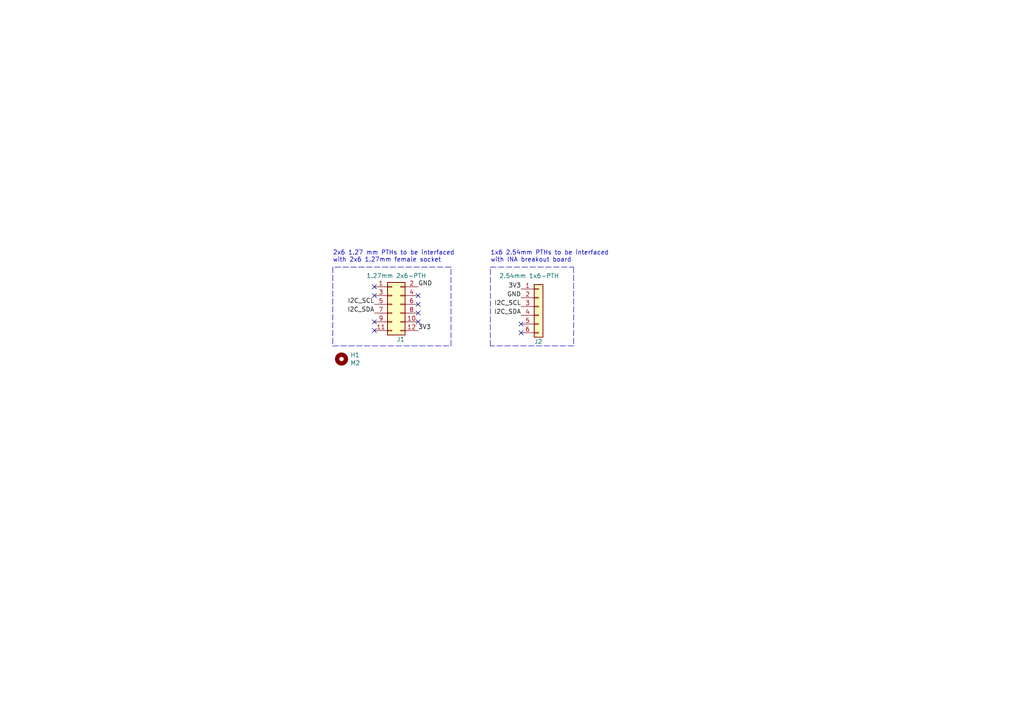
<source format=kicad_sch>
(kicad_sch (version 20211123) (generator eeschema)
  (paper "A4")
  (title_block (title "INA_ADAPTER_BOARD") (date "2022-08-28") (company "EPFL XPLORE"))
  (lib_symbols
    (symbol "Connector_Generic:Conn_01x06" (pin_names (offset 1.016) hide)
      (property "Reference" "J" (at 0 7.62 0))
      (property "Value" "Conn_01x06" (at 0 -10.16 0))
      (symbol "Conn_01x06_1_1"
        (rectangle (start -1.27 -7.493) (end 0 -7.747) (stroke (width 0.1524)))
        (rectangle (start -1.27 -4.953) (end 0 -5.207) (stroke (width 0.1524)))
        (rectangle (start -1.27 -2.413) (end 0 -2.667) (stroke (width 0.1524)))
        (rectangle (start -1.27 0.127) (end 0 -0.127) (stroke (width 0.1524)))
        (rectangle (start -1.27 2.667) (end 0 2.413) (stroke (width 0.1524)))
        (rectangle (start -1.27 5.207) (end 0 4.953) (stroke (width 0.1524)))
        (rectangle (start -1.27 6.35) (end 1.27 -8.89) (stroke (width 0.254)) (fill (type background)))
        (pin passive line (at -5.08 5.08 0) (length 3.81) (name "Pin_1") (number "1"))
        (pin passive line (at -5.08 2.54 0) (length 3.81) (name "Pin_2") (number "2"))
        (pin passive line (at -5.08 0 0) (length 3.81) (name "Pin_3") (number "3"))
        (pin passive line (at -5.08 -2.54 0) (length 3.81) (name "Pin_4") (number "4"))
        (pin passive line (at -5.08 -5.08 0) (length 3.81) (name "Pin_5") (number "5"))
        (pin passive line (at -5.08 -7.62 0) (length 3.81) (name "Pin_6") (number "6"))
      )
    )
    (symbol "Connector_Generic:Conn_02x06_Odd_Even" (pin_names (offset 1.016) hide)
      (property "Reference" "J" (at 1.27 7.62 0))
      (property "Value" "Conn_02x06_Odd_Even" (at 1.27 -10.16 0))
      (symbol "Conn_02x06_Odd_Even_1_1"
        (rectangle (start -1.27 -7.493) (end 0 -7.747) (stroke (width 0.1524)))
        (rectangle (start -1.27 -4.953) (end 0 -5.207) (stroke (width 0.1524)))
        (rectangle (start -1.27 -2.413) (end 0 -2.667) (stroke (width 0.1524)))
        (rectangle (start -1.27 0.127) (end 0 -0.127) (stroke (width 0.1524)))
        (rectangle (start -1.27 2.667) (end 0 2.413) (stroke (width 0.1524)))
        (rectangle (start -1.27 5.207) (end 0 4.953) (stroke (width 0.1524)))
        (rectangle (start -1.27 6.35) (end 3.81 -8.89) (stroke (width 0.254)) (fill (type background)))
        (rectangle (start 3.81 -7.493) (end 2.54 -7.747) (stroke (width 0.1524)))
        (rectangle (start 3.81 -4.953) (end 2.54 -5.207) (stroke (width 0.1524)))
        (rectangle (start 3.81 -2.413) (end 2.54 -2.667) (stroke (width 0.1524)))
        (rectangle (start 3.81 0.127) (end 2.54 -0.127) (stroke (width 0.1524)))
        (rectangle (start 3.81 2.667) (end 2.54 2.413) (stroke (width 0.1524)))
        (rectangle (start 3.81 5.207) (end 2.54 4.953) (stroke (width 0.1524)))
        (pin passive line (at -5.08 5.08 0) (length 3.81) (name "Pin_1") (number "1"))
        (pin passive line (at 7.62 -5.08 180) (length 3.81) (name "Pin_10") (number "10"))
        (pin passive line (at -5.08 -7.62 0) (length 3.81) (name "Pin_11") (number "11"))
        (pin passive line (at 7.62 -7.62 180) (length 3.81) (name "Pin_12") (number "12"))
        (pin passive line (at 7.62 5.08 180) (length 3.81) (name "Pin_2") (number "2"))
        (pin passive line (at -5.08 2.54 0) (length 3.81) (name "Pin_3") (number "3"))
        (pin passive line (at 7.62 2.54 180) (length 3.81) (name "Pin_4") (number "4"))
        (pin passive line (at -5.08 0 0) (length 3.81) (name "Pin_5") (number "5"))
        (pin passive line (at 7.62 0 180) (length 3.81) (name "Pin_6") (number "6"))
        (pin passive line (at -5.08 -2.54 0) (length 3.81) (name "Pin_7") (number "7"))
        (pin passive line (at 7.62 -2.54 180) (length 3.81) (name "Pin_8") (number "8"))
        (pin passive line (at -5.08 -5.08 0) (length 3.81) (name "Pin_9") (number "9"))
      )
    )
    (symbol "Mechanical:MountingHole" (pin_names (offset 1.016))
      (property "Reference" "H" (at 0 5.08 0))
      (property "Value" "MountingHole" (at 0 3.175 0))
      (symbol "MountingHole_0_1"
        (circle (center 0 0) (radius 1.27) (stroke (width 1.27)))
      )
    )
  )
  (no_connect (at 108.585 83.185))
  (no_connect (at 121.285 90.805))
  (no_connect (at 108.585 93.345))
  (no_connect (at 121.285 88.265))
  (no_connect (at 121.285 93.345))
  (no_connect (at 121.285 85.725))
  (no_connect (at 108.585 85.725))
  (no_connect (at 108.585 95.885))
  (no_connect (at 151.13 96.52))
  (no_connect (at 151.13 93.98))
  (polyline (pts (xy 130.81 77.47) (xy 96.52 77.47)))
  (polyline (pts (xy 96.52 77.47) (xy 96.52 100.33)))
  (polyline (pts (xy 130.81 100.33) (xy 130.81 77.47)))
  (polyline (pts (xy 142.24 100.33) (xy 142.24 77.47)))
  (polyline (pts (xy 166.37 100.33) (xy 142.24 100.33)))
  (polyline (pts (xy 96.52 100.33) (xy 130.81 100.33)))
  (polyline (pts (xy 166.37 77.47) (xy 166.37 100.33)))
  (polyline (pts (xy 142.24 77.47) (xy 166.37 77.47)))
  (text "1x6 2.54mm PTHs to be interfaced \nwith INA breakout board" (at 142.24 76.2 0) (effects (font (size 1.27 1.27)) (justify left bottom)))
  (text "2x6 1.27 mm PTHs to be interfaced \nwith 2x6 1.27mm female socket" (at 96.52 76.2 0) (effects (font (size 1.27 1.27)) (justify left bottom)))
  (label "I2C_SCL" (at 151.13 88.9 180))
  (label "I2C_SDA" (at 108.585 90.805 180))
  (label "GND" (at 121.285 83.185 0))
  (label "I2C_SDA" (at 151.13 91.44 180))
  (label "GND" (at 151.13 86.36 180))
  (label "3V3" (at 121.285 95.885 0))
  (label "3V3" (at 151.13 83.82 180))
  (label "I2C_SCL" (at 108.585 88.265 180))
  (symbol (lib_id "Mechanical:MountingHole") (at 99.06 104.14 0) (unit 1)
    (property "Reference" "H1" (at 101.6 102.9716 0) (effects (justify left)))
    (property "Value" "M2" (at 101.6 105.283 0) (effects (justify left)))
    (property "Footprint" "MountingHole:MountingHole_2.2mm_M2_Pad_Via" (effects hide))
  )
  (symbol (lib_id "Connector_Generic:Conn_02x06_Odd_Even") (at 113.665 88.265 0) (unit 1)
    (property "Reference" "J1" (at 116.205 98.425 0))
    (property "Value" "1.27mm 2x6-PTH" (at 114.935 79.9846 0))
    (property "Footprint" "Connector_PinHeader_1.27mm:PinHeader_2x06_P1.27mm_Vertical" (effects hide))
  )
  (symbol (lib_id "Connector_Generic:Conn_01x06") (at 156.21 88.9 0) (unit 1)
    (property "Reference" "J2" (at 154.94 99.06 0) (effects (justify left)))
    (property "Value" "2.54mm 1x6-PTH" (at 144.78 80.01 0) (effects (justify left)))
    (property "Footprint" "Connector_PinHeader_2.54mm:PinHeader_1x06_P2.54mm_Vertical" (effects hide))
  )
)
</source>
